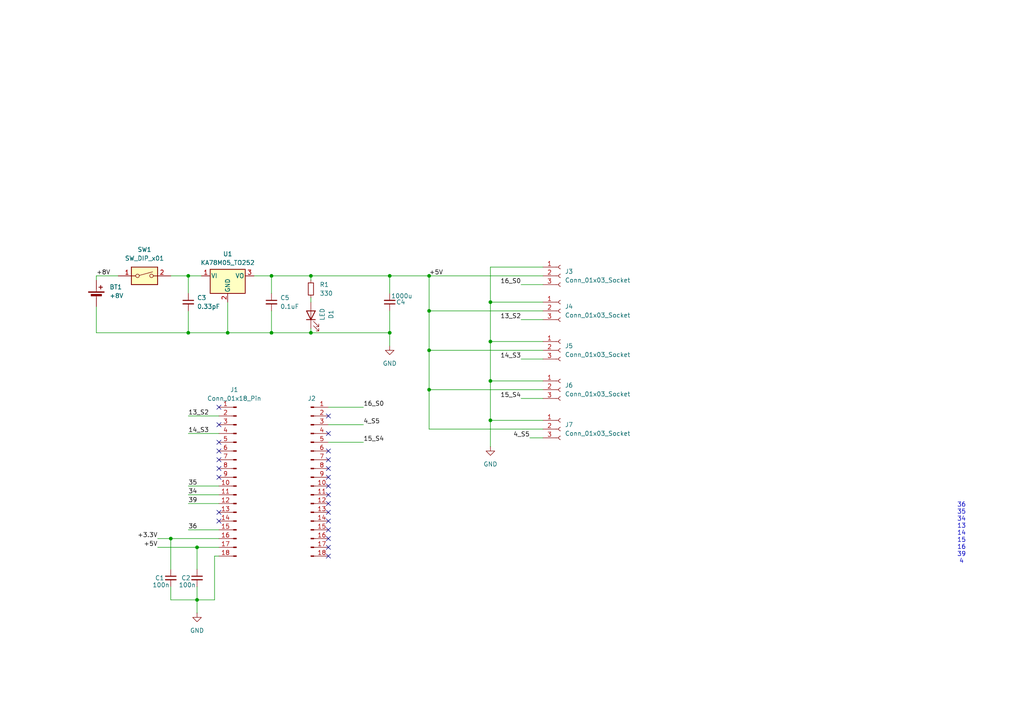
<source format=kicad_sch>
(kicad_sch (version 20231120) (generator "eeschema") (generator_version "8.0")
  (paper "A4")
  (lib_symbols
    (symbol "Connector:Conn_01x03_Socket" (pin_names (offset 1.016) hide)
      (property "Reference" "J" (at 0 5.08 0))
      (property "Value" "Conn_01x03_Socket" (at 0 -5.08 0))
      (symbol "Conn_01x03_Socket_1_1"
        (arc (start 0 -2.032) (mid -0.5058 -2.54) (end 0 -3.048) (stroke (width 0.1524)))
        (polyline (pts (xy -1.27 -2.54) (xy -0.508 -2.54)) (stroke (width 0.1524)))
        (polyline (pts (xy -1.27 0) (xy -0.508 0)) (stroke (width 0.1524)))
        (polyline (pts (xy -1.27 2.54) (xy -0.508 2.54)) (stroke (width 0.1524)))
        (arc (start 0 0.508) (mid -0.5058 0) (end 0 -0.508) (stroke (width 0.1524)))
        (arc (start 0 3.048) (mid -0.5058 2.54) (end 0 2.032) (stroke (width 0.1524)))
        (pin passive line (at -5.08 2.54 0) (length 3.81) (name "Pin_1") (number "1"))
        (pin passive line (at -5.08 0 0) (length 3.81) (name "Pin_2") (number "2"))
        (pin passive line (at -5.08 -2.54 0) (length 3.81) (name "Pin_3") (number "3"))
      )
    )
    (symbol "Connector:Conn_01x18_Pin" (pin_names (offset 1.016) hide)
      (property "Reference" "J" (at 0 22.86 0))
      (property "Value" "Conn_01x18_Pin" (at 0 -25.4 0))
      (symbol "Conn_01x18_Pin_1_1"
        (polyline (pts (xy 1.27 -22.86) (xy 0.8636 -22.86)) (stroke (width 0.1524)))
        (polyline (pts (xy 1.27 -20.32) (xy 0.8636 -20.32)) (stroke (width 0.1524)))
        (polyline (pts (xy 1.27 -17.78) (xy 0.8636 -17.78)) (stroke (width 0.1524)))
        (polyline (pts (xy 1.27 -15.24) (xy 0.8636 -15.24)) (stroke (width 0.1524)))
        (polyline (pts (xy 1.27 -12.7) (xy 0.8636 -12.7)) (stroke (width 0.1524)))
        (polyline (pts (xy 1.27 -10.16) (xy 0.8636 -10.16)) (stroke (width 0.1524)))
        (polyline (pts (xy 1.27 -7.62) (xy 0.8636 -7.62)) (stroke (width 0.1524)))
        (polyline (pts (xy 1.27 -5.08) (xy 0.8636 -5.08)) (stroke (width 0.1524)))
        (polyline (pts (xy 1.27 -2.54) (xy 0.8636 -2.54)) (stroke (width 0.1524)))
        (polyline (pts (xy 1.27 0) (xy 0.8636 0)) (stroke (width 0.1524)))
        (polyline (pts (xy 1.27 2.54) (xy 0.8636 2.54)) (stroke (width 0.1524)))
        (polyline (pts (xy 1.27 5.08) (xy 0.8636 5.08)) (stroke (width 0.1524)))
        (polyline (pts (xy 1.27 7.62) (xy 0.8636 7.62)) (stroke (width 0.1524)))
        (polyline (pts (xy 1.27 10.16) (xy 0.8636 10.16)) (stroke (width 0.1524)))
        (polyline (pts (xy 1.27 12.7) (xy 0.8636 12.7)) (stroke (width 0.1524)))
        (polyline (pts (xy 1.27 15.24) (xy 0.8636 15.24)) (stroke (width 0.1524)))
        (polyline (pts (xy 1.27 17.78) (xy 0.8636 17.78)) (stroke (width 0.1524)))
        (polyline (pts (xy 1.27 20.32) (xy 0.8636 20.32)) (stroke (width 0.1524)))
        (rectangle (start 0.8636 -22.733) (end 0 -22.987) (stroke (width 0.1524)) (fill (type outline)))
        (rectangle (start 0.8636 -20.193) (end 0 -20.447) (stroke (width 0.1524)) (fill (type outline)))
        (rectangle (start 0.8636 -17.653) (end 0 -17.907) (stroke (width 0.1524)) (fill (type outline)))
        (rectangle (start 0.8636 -15.113) (end 0 -15.367) (stroke (width 0.1524)) (fill (type outline)))
        (rectangle (start 0.8636 -12.573) (end 0 -12.827) (stroke (width 0.1524)) (fill (type outline)))
        (rectangle (start 0.8636 -10.033) (end 0 -10.287) (stroke (width 0.1524)) (fill (type outline)))
        (rectangle (start 0.8636 -7.493) (end 0 -7.747) (stroke (width 0.1524)) (fill (type outline)))
        (rectangle (start 0.8636 -4.953) (end 0 -5.207) (stroke (width 0.1524)) (fill (type outline)))
        (rectangle (start 0.8636 -2.413) (end 0 -2.667) (stroke (width 0.1524)) (fill (type outline)))
        (rectangle (start 0.8636 0.127) (end 0 -0.127) (stroke (width 0.1524)) (fill (type outline)))
        (rectangle (start 0.8636 2.667) (end 0 2.413) (stroke (width 0.1524)) (fill (type outline)))
        (rectangle (start 0.8636 5.207) (end 0 4.953) (stroke (width 0.1524)) (fill (type outline)))
        (rectangle (start 0.8636 7.747) (end 0 7.493) (stroke (width 0.1524)) (fill (type outline)))
        (rectangle (start 0.8636 10.287) (end 0 10.033) (stroke (width 0.1524)) (fill (type outline)))
        (rectangle (start 0.8636 12.827) (end 0 12.573) (stroke (width 0.1524)) (fill (type outline)))
        (rectangle (start 0.8636 15.367) (end 0 15.113) (stroke (width 0.1524)) (fill (type outline)))
        (rectangle (start 0.8636 17.907) (end 0 17.653) (stroke (width 0.1524)) (fill (type outline)))
        (rectangle (start 0.8636 20.447) (end 0 20.193) (stroke (width 0.1524)) (fill (type outline)))
        (pin passive line (at 5.08 20.32 180) (length 3.81) (name "Pin_1") (number "1"))
        (pin passive line (at 5.08 -2.54 180) (length 3.81) (name "Pin_10") (number "10"))
        (pin passive line (at 5.08 -5.08 180) (length 3.81) (name "Pin_11") (number "11"))
        (pin passive line (at 5.08 -7.62 180) (length 3.81) (name "Pin_12") (number "12"))
        (pin passive line (at 5.08 -10.16 180) (length 3.81) (name "Pin_13") (number "13"))
        (pin passive line (at 5.08 -12.7 180) (length 3.81) (name "Pin_14") (number "14"))
        (pin passive line (at 5.08 -15.24 180) (length 3.81) (name "Pin_15") (number "15"))
        (pin passive line (at 5.08 -17.78 180) (length 3.81) (name "Pin_16") (number "16"))
        (pin passive line (at 5.08 -20.32 180) (length 3.81) (name "Pin_17") (number "17"))
        (pin passive line (at 5.08 -22.86 180) (length 3.81) (name "Pin_18") (number "18"))
        (pin passive line (at 5.08 17.78 180) (length 3.81) (name "Pin_2") (number "2"))
        (pin passive line (at 5.08 15.24 180) (length 3.81) (name "Pin_3") (number "3"))
        (pin passive line (at 5.08 12.7 180) (length 3.81) (name "Pin_4") (number "4"))
        (pin passive line (at 5.08 10.16 180) (length 3.81) (name "Pin_5") (number "5"))
        (pin passive line (at 5.08 7.62 180) (length 3.81) (name "Pin_6") (number "6"))
        (pin passive line (at 5.08 5.08 180) (length 3.81) (name "Pin_7") (number "7"))
        (pin passive line (at 5.08 2.54 180) (length 3.81) (name "Pin_8") (number "8"))
        (pin passive line (at 5.08 0 180) (length 3.81) (name "Pin_9") (number "9"))
      )
    )
    (symbol "Device:Battery_Cell" (pin_numbers hide) (pin_names (offset 0) hide)
      (property "Reference" "BT" (at 2.54 2.54 0))
      (property "Value" "Battery_Cell" (at 2.54 0 0))
      (symbol "Battery_Cell_0_1"
        (rectangle (start -2.286 1.778) (end 2.286 1.524) (fill (type outline)))
        (rectangle (start -1.524 1.016) (end 1.524 0.508) (fill (type outline)))
        (polyline (pts (xy 0 0.762) (xy 0 0)))
        (polyline (pts (xy 0 1.778) (xy 0 2.54)))
        (polyline (pts (xy 0.762 3.048) (xy 1.778 3.048)) (stroke (width 0.254)))
        (polyline (pts (xy 1.27 3.556) (xy 1.27 2.54)) (stroke (width 0.254)))
      )
      (symbol "Battery_Cell_1_1"
        (pin passive line (at 0 5.08 270) (length 2.54) (name "+") (number "1"))
        (pin passive line (at 0 -2.54 90) (length 2.54) (name "-") (number "2"))
      )
    )
    (symbol "Device:LED" (pin_numbers hide) (pin_names (offset 1.016) hide)
      (property "Reference" "D" (at 0 2.54 0))
      (property "Value" "LED" (at 0 -2.54 0))
      (symbol "LED_0_1"
        (polyline (pts (xy -1.27 -1.27) (xy -1.27 1.27)) (stroke (width 0.254)))
        (polyline (pts (xy -1.27 0) (xy 1.27 0)))
        (polyline (pts (xy 1.27 -1.27) (xy 1.27 1.27) (xy -1.27 0) (xy 1.27 -1.27)) (stroke (width 0.254)))
        (polyline (pts (xy -3.048 -0.762) (xy -4.572 -2.286) (xy -3.81 -2.286) (xy -4.572 -2.286) (xy -4.572 -1.524)))
        (polyline (pts (xy -1.778 -0.762) (xy -3.302 -2.286) (xy -2.54 -2.286) (xy -3.302 -2.286) (xy -3.302 -1.524)))
      )
      (symbol "LED_1_1"
        (pin passive line (at -3.81 0 0) (length 2.54) (name "K") (number "1"))
        (pin passive line (at 3.81 0 180) (length 2.54) (name "A") (number "2"))
      )
    )
    (symbol "GW_Passives:C_Small" (pin_numbers hide) (pin_names (offset 0.254) hide)
      (property "Reference" "C" (at 0.254 1.778 0))
      (property "Value" "C_Small" (at 0.254 -2.032 0))
      (symbol "C_Small_0_1"
        (polyline (pts (xy -1.524 -0.508) (xy 1.524 -0.508)) (stroke (width 0.3302)))
        (polyline (pts (xy -1.524 0.508) (xy 1.524 0.508)) (stroke (width 0.3048)))
      )
      (symbol "C_Small_1_1"
        (pin passive line (at 0 2.54 270) (length 2.032) (name "~") (number "1"))
        (pin passive line (at 0 -2.54 90) (length 2.032) (name "~") (number "2"))
      )
    )
    (symbol "GW_Passives:R_Small" (pin_numbers hide) (pin_names (offset 0.254) hide)
      (property "Reference" "R" (at 0.762 0.508 0))
      (property "Value" "R_Small" (at 0.762 -1.016 0))
      (symbol "R_Small_0_1"
        (rectangle (start -0.762 1.778) (end 0.762 -1.778) (stroke (width 0.2032)))
      )
      (symbol "R_Small_1_1"
        (pin passive line (at 0 2.54 270) (length 0.762) (name "~") (number "1"))
        (pin passive line (at 0 -2.54 90) (length 0.762) (name "~") (number "2"))
      )
    )
    (symbol "Regulator_Linear:KA78M05_TO252" (pin_names (offset 0.254))
      (property "Reference" "U" (at -3.81 3.175 0))
      (property "Value" "KA78M05_TO252" (at 0 3.175 0))
      (symbol "KA78M05_TO252_0_1"
        (rectangle (start -5.08 1.905) (end 5.08 -5.08) (stroke (width 0.254)) (fill (type background)))
      )
      (symbol "KA78M05_TO252_1_1"
        (pin power_in line (at -7.62 0 0) (length 2.54) (name "VI") (number "1"))
        (pin power_in line (at 0 -7.62 90) (length 2.54) (name "GND") (number "2"))
        (pin power_out line (at 7.62 0 180) (length 2.54) (name "VO") (number "3"))
      )
    )
    (symbol "Switch:SW_DIP_x01" (pin_names (offset 0) hide)
      (property "Reference" "SW" (at 0 3.81 0))
      (property "Value" "SW_DIP_x01" (at 0 -3.81 0))
      (symbol "SW_DIP_x01_0_0"
        (circle (center -2.032 0) (radius 0.508))
        (polyline (pts (xy -1.524 0.127) (xy 2.3622 1.1684)))
        (circle (center 2.032 0) (radius 0.508))
      )
      (symbol "SW_DIP_x01_0_1"
        (rectangle (start -3.81 2.54) (end 3.81 -2.54) (stroke (width 0.254)) (fill (type background)))
      )
      (symbol "SW_DIP_x01_1_1"
        (pin passive line (at -7.62 0 0) (length 5.08) (name "~") (number "1"))
        (pin passive line (at 7.62 0 180) (length 5.08) (name "~") (number "2"))
      )
    )
    (symbol "power:GND" (power) (pin_numbers hide) (pin_names (offset 0) hide)
      (property "Value" "GND" (at 0 -3.81 0))
      (symbol "GND_0_1"
        (polyline (pts (xy 0 0) (xy 0 -1.27) (xy 1.27 -1.27) (xy 0 -2.54) (xy -1.27 -1.27) (xy 0 -1.27)))
      )
      (symbol "GND_1_1"
        (pin power_in line (at 0 0 270) (length 0) (name "~") (number "1"))
      )
    )
  )
  (junction (at 78.74 96.52))
  (junction (at 142.24 121.92))
  (junction (at 66.04 96.52))
  (junction (at 54.61 96.52))
  (junction (at 124.46 113.03))
  (junction (at 113.03 96.52))
  (junction (at 124.46 90.17))
  (junction (at 49.53 156.21))
  (junction (at 124.46 80.01))
  (junction (at 54.61 80.01))
  (junction (at 142.24 87.63))
  (junction (at 90.17 80.01))
  (junction (at 142.24 110.49))
  (junction (at 90.17 96.52))
  (junction (at 78.74 80.01))
  (junction (at 124.46 101.6))
  (junction (at 142.24 99.06))
  (junction (at 113.03 80.01))
  (junction (at 57.15 173.99))
  (junction (at 57.15 158.75))
  (no_connect (at 63.5 148.59))
  (no_connect (at 63.5 135.89))
  (no_connect (at 63.5 118.11))
  (no_connect (at 95.25 148.59))
  (no_connect (at 95.25 135.89))
  (no_connect (at 95.25 146.05))
  (no_connect (at 63.5 128.27))
  (no_connect (at 95.25 130.81))
  (no_connect (at 95.25 161.29))
  (no_connect (at 95.25 125.73))
  (no_connect (at 95.25 153.67))
  (no_connect (at 63.5 138.43))
  (no_connect (at 63.5 133.35))
  (no_connect (at 95.25 151.13))
  (no_connect (at 95.25 143.51))
  (no_connect (at 95.25 133.35))
  (no_connect (at 95.25 140.97))
  (no_connect (at 95.25 156.21))
  (no_connect (at 95.25 158.75))
  (no_connect (at 95.25 120.65))
  (no_connect (at 63.5 123.19))
  (no_connect (at 95.25 138.43))
  (no_connect (at 63.5 130.81))
  (no_connect (at 63.5 151.13))
  (wire (pts (xy 54.61 96.52) (xy 66.04 96.52)))
  (wire (pts (xy 49.53 156.21) (xy 63.5 156.21)))
  (wire (pts (xy 57.15 173.99) (xy 49.53 173.99)))
  (wire (pts (xy 90.17 86.36) (xy 90.17 87.63)))
  (wire (pts (xy 124.46 113.03) (xy 124.46 101.6)))
  (wire (pts (xy 49.53 80.01) (xy 54.61 80.01)))
  (wire (pts (xy 45.72 156.21) (xy 49.53 156.21)))
  (wire (pts (xy 124.46 90.17) (xy 157.48 90.17)))
  (wire (pts (xy 66.04 96.52) (xy 78.74 96.52)))
  (wire (pts (xy 54.61 143.51) (xy 63.5 143.51)))
  (wire (pts (xy 95.25 128.27) (xy 105.41 128.27)))
  (wire (pts (xy 113.03 90.17) (xy 113.03 96.52)))
  (wire (pts (xy 142.24 99.06) (xy 142.24 110.49)))
  (wire (pts (xy 142.24 99.06) (xy 157.48 99.06)))
  (wire (pts (xy 45.72 158.75) (xy 57.15 158.75)))
  (wire (pts (xy 153.67 127) (xy 157.48 127)))
  (wire (pts (xy 124.46 124.46) (xy 124.46 113.03)))
  (wire (pts (xy 78.74 80.01) (xy 73.66 80.01)))
  (wire (pts (xy 54.61 80.01) (xy 54.61 85.09)))
  (wire (pts (xy 54.61 80.01) (xy 58.42 80.01)))
  (wire (pts (xy 57.15 170.18) (xy 57.15 173.99)))
  (wire (pts (xy 90.17 80.01) (xy 113.03 80.01)))
  (wire (pts (xy 113.03 100.33) (xy 113.03 96.52)))
  (wire (pts (xy 78.74 96.52) (xy 90.17 96.52)))
  (wire (pts (xy 49.53 173.99) (xy 49.53 170.18)))
  (wire (pts (xy 27.94 88.9) (xy 27.94 96.52)))
  (wire (pts (xy 142.24 121.92) (xy 157.48 121.92)))
  (wire (pts (xy 90.17 95.25) (xy 90.17 96.52)))
  (wire (pts (xy 151.13 92.71) (xy 157.48 92.71)))
  (wire (pts (xy 78.74 85.09) (xy 78.74 80.01)))
  (wire (pts (xy 62.23 161.29) (xy 62.23 173.99)))
  (wire (pts (xy 54.61 146.05) (xy 63.5 146.05)))
  (wire (pts (xy 142.24 77.47) (xy 142.24 87.63)))
  (wire (pts (xy 157.48 77.47) (xy 142.24 77.47)))
  (wire (pts (xy 90.17 80.01) (xy 90.17 81.28)))
  (wire (pts (xy 63.5 161.29) (xy 62.23 161.29)))
  (wire (pts (xy 54.61 153.67) (xy 63.5 153.67)))
  (wire (pts (xy 124.46 90.17) (xy 124.46 80.01)))
  (wire (pts (xy 157.48 80.01) (xy 124.46 80.01)))
  (wire (pts (xy 142.24 110.49) (xy 157.48 110.49)))
  (wire (pts (xy 57.15 173.99) (xy 57.15 177.8)))
  (wire (pts (xy 66.04 87.63) (xy 66.04 96.52)))
  (wire (pts (xy 142.24 87.63) (xy 142.24 99.06)))
  (wire (pts (xy 54.61 90.17) (xy 54.61 96.52)))
  (wire (pts (xy 78.74 90.17) (xy 78.74 96.52)))
  (wire (pts (xy 27.94 80.01) (xy 34.29 80.01)))
  (wire (pts (xy 54.61 140.97) (xy 63.5 140.97)))
  (wire (pts (xy 113.03 85.09) (xy 113.03 80.01)))
  (wire (pts (xy 95.25 123.19) (xy 105.41 123.19)))
  (wire (pts (xy 142.24 121.92) (xy 142.24 129.54)))
  (wire (pts (xy 57.15 158.75) (xy 57.15 165.1)))
  (wire (pts (xy 57.15 173.99) (xy 62.23 173.99)))
  (wire (pts (xy 142.24 87.63) (xy 157.48 87.63)))
  (wire (pts (xy 54.61 125.73) (xy 63.5 125.73)))
  (wire (pts (xy 151.13 115.57) (xy 157.48 115.57)))
  (wire (pts (xy 27.94 81.28) (xy 27.94 80.01)))
  (wire (pts (xy 124.46 101.6) (xy 157.48 101.6)))
  (wire (pts (xy 113.03 80.01) (xy 124.46 80.01)))
  (wire (pts (xy 90.17 96.52) (xy 113.03 96.52)))
  (wire (pts (xy 54.61 120.65) (xy 63.5 120.65)))
  (wire (pts (xy 27.94 96.52) (xy 54.61 96.52)))
  (wire (pts (xy 57.15 158.75) (xy 63.5 158.75)))
  (wire (pts (xy 78.74 80.01) (xy 90.17 80.01)))
  (wire (pts (xy 49.53 156.21) (xy 49.53 165.1)))
  (wire (pts (xy 157.48 124.46) (xy 124.46 124.46)))
  (wire (pts (xy 142.24 110.49) (xy 142.24 121.92)))
  (wire (pts (xy 151.13 104.14) (xy 157.48 104.14)))
  (wire (pts (xy 124.46 101.6) (xy 124.46 90.17)))
  (wire (pts (xy 151.13 82.55) (xy 157.48 82.55)))
  (wire (pts (xy 124.46 113.03) (xy 157.48 113.03)))
  (wire (pts (xy 95.25 118.11) (xy 105.41 118.11)))
  (text "36\n35\n34\n13\n14\n15\n16\n39\n4\n" (at 278.892 154.686 0) (effects (font (size 1.27 1.27))))
  (label "16_S0" (at 105.41 118.11 0))
  (label "+5V" (at 45.72 158.75 180))
  (label "16_S0" (at 151.13 82.55 180))
  (label "+5V" (at 124.46 80.01 0))
  (label "39" (at 54.61 146.05 0))
  (label "15_S4" (at 105.41 128.27 0))
  (label "36" (at 54.61 153.67 0))
  (label "13_S2" (at 54.61 120.65 0))
  (label "4_S5" (at 105.41 123.19 0))
  (label "4_S5" (at 153.67 127 180))
  (label "+3.3V" (at 45.72 156.21 180))
  (label "14_S3" (at 54.61 125.73 0))
  (label "+8V" (at 27.94 80.01 0))
  (label "35" (at 54.61 140.97 0))
  (label "13_S2" (at 151.13 92.71 180))
  (label "14_S3" (at 151.13 104.14 180))
  (label "15_S4" (at 151.13 115.57 180))
  (label "34" (at 54.61 143.51 0))
  (symbol (lib_id "Connector:Conn_01x18_Pin") (at 90.17 138.43 0) (unit 1)
    (property "Reference" "J2" (at 90.424 115.57 0))
    (property "Value" "Conn_01x18_Pin" (effects (hide yes)))
    (property "Footprint" "Connector_PinHeader_2.54mm:PinHeader_1x18_P2.54mm_Vertical" (effects (hide yes)))
    (property "Description" "Generic connector, single row, 01x18, script generated" (effects (hide yes)))
  )
  (symbol (lib_id "Connector:Conn_01x03_Socket") (at 162.56 124.46 0) (unit 1)
    (property "Reference" "J7" (at 163.83 123.1899 0) (effects (justify left)))
    (property "Value" "Conn_01x03_Socket" (at 163.83 125.7299 0) (effects (justify left)))
    (property "Footprint" "Connector_PinHeader_2.54mm:PinHeader_1x03_P2.54mm_Vertical" (effects (hide yes)))
    (property "Description" "Generic connector, single row, 01x03, script generated" (effects (hide yes)))
  )
  (symbol (lib_id "GW_Passives:C_Small") (at 78.74 87.63 0) (unit 1)
    (property "Reference" "C5" (at 81.28 86.3662 0) (effects (justify left)))
    (property "Value" "0.1uF" (at 81.28 88.9062 0) (effects (justify left)))
    (property "Footprint" "Capacitor_THT:C_Disc_D3.0mm_W1.6mm_P2.50mm" (effects (hide yes)))
    (property "Description" "Unpolarized capacitor, small symbol" (effects (hide yes)))
  )
  (symbol (lib_id "power:GND") (at 142.24 129.54 0) (unit 1)
    (property "Reference" "#PWR01" (effects (hide yes)))
    (property "Value" "GND" (at 142.24 134.62 0))
    (property "Description" "Power symbol creates a global label with name \"GND\" , ground" (effects (hide yes)))
  )
  (symbol (lib_id "power:GND") (at 57.15 177.8 0) (unit 1)
    (property "Reference" "#PWR02" (effects (hide yes)))
    (property "Value" "GND" (at 57.15 182.88 0))
    (property "Description" "Power symbol creates a global label with name \"GND\" , ground" (effects (hide yes)))
  )
  (symbol (lib_id "Connector:Conn_01x18_Pin") (at 68.58 138.43 0) (mirror y) (unit 1)
    (property "Reference" "J1" (at 67.945 113.03 0))
    (property "Value" "Conn_01x18_Pin" (at 67.945 115.57 0))
    (property "Footprint" "Connector_PinHeader_2.54mm:PinHeader_1x18_P2.54mm_Vertical" (effects (hide yes)))
    (property "Description" "Generic connector, single row, 01x18, script generated" (effects (hide yes)))
  )
  (symbol (lib_id "GW_Passives:C_Small") (at 57.15 167.64 0) (unit 1)
    (property "Reference" "C2" (at 52.578 167.64 0) (effects (justify left)))
    (property "Value" "100n" (at 51.816 169.672 0) (effects (justify left)))
    (property "Footprint" "Capacitor_THT:C_Disc_D4.3mm_W1.9mm_P5.00mm" (effects (hide yes)))
    (property "Description" "Unpolarized capacitor, small symbol" (effects (hide yes)))
  )
  (symbol (lib_id "GW_Passives:C_Small") (at 113.03 87.63 180) (unit 1)
    (property "Reference" "C4" (at 117.602 87.63 0) (effects (justify left)))
    (property "Value" "1000u" (at 119.634 85.852 0) (effects (justify left)))
    (property "Footprint" "Capacitor_THT:CP_Radial_D12.5mm_P5.00mm" (effects (hide yes)))
    (property "Description" "U65080663020" (effects (hide yes)))
  )
  (symbol (lib_id "Connector:Conn_01x03_Socket") (at 162.56 101.6 0) (unit 1)
    (property "Reference" "J5" (at 163.83 100.3299 0) (effects (justify left)))
    (property "Value" "Conn_01x03_Socket" (at 163.83 102.8699 0) (effects (justify left)))
    (property "Footprint" "Connector_PinHeader_2.54mm:PinHeader_1x03_P2.54mm_Vertical" (effects (hide yes)))
    (property "Description" "Generic connector, single row, 01x03, script generated" (effects (hide yes)))
  )
  (symbol (lib_id "Connector:Conn_01x03_Socket") (at 162.56 90.17 0) (unit 1)
    (property "Reference" "J4" (at 163.83 88.8999 0) (effects (justify left)))
    (property "Value" "Conn_01x03_Socket" (at 163.83 91.4399 0) (effects (justify left)))
    (property "Footprint" "Connector_PinHeader_2.54mm:PinHeader_1x03_P2.54mm_Vertical" (effects (hide yes)))
    (property "Description" "Generic connector, single row, 01x03, script generated" (effects (hide yes)))
  )
  (symbol (lib_id "Connector:Conn_01x03_Socket") (at 162.56 113.03 0) (unit 1)
    (property "Reference" "J6" (at 163.83 111.7599 0) (effects (justify left)))
    (property "Value" "Conn_01x03_Socket" (at 163.83 114.2999 0) (effects (justify left)))
    (property "Footprint" "Connector_PinHeader_2.54mm:PinHeader_1x03_P2.54mm_Vertical" (effects (hide yes)))
    (property "Description" "Generic connector, single row, 01x03, script generated" (effects (hide yes)))
  )
  (symbol (lib_id "Connector:Conn_01x03_Socket") (at 162.56 80.01 0) (unit 1)
    (property "Reference" "J3" (at 163.83 78.7399 0) (effects (justify left)))
    (property "Value" "Conn_01x03_Socket" (at 163.83 81.2799 0) (effects (justify left)))
    (property "Footprint" "Connector_PinHeader_2.54mm:PinHeader_1x03_P2.54mm_Vertical" (effects (hide yes)))
    (property "Description" "Generic connector, single row, 01x03, script generated" (effects (hide yes)))
  )
  (symbol (lib_id "Device:Battery_Cell") (at 27.94 86.36 0) (unit 1)
    (property "Reference" "BT1" (at 31.75 83.2484 0) (effects (justify left)))
    (property "Value" "+8V" (at 31.75 85.7884 0) (effects (justify left)))
    (property "Footprint" "Connector_PinHeader_2.54mm:PinHeader_1x02_P2.54mm_Vertical" (effects (hide yes)))
    (property "Description" "Single-cell battery" (effects (hide yes)))
  )
  (symbol (lib_id "power:GND") (at 113.03 100.33 0) (unit 1)
    (property "Reference" "#PWR03" (effects (hide yes)))
    (property "Value" "GND" (at 113.03 105.41 0))
    (property "Description" "Power symbol creates a global label with name \"GND\" , ground" (effects (hide yes)))
  )
  (symbol (lib_id "GW_Passives:C_Small") (at 49.53 167.64 0) (unit 1)
    (property "Reference" "C1" (at 44.958 167.64 0) (effects (justify left)))
    (property "Value" "100n" (at 44.196 169.672 0) (effects (justify left)))
    (property "Footprint" "Capacitor_THT:C_Disc_D4.3mm_W1.9mm_P5.00mm" (effects (hide yes)))
    (property "Description" "Unpolarized capacitor, small symbol" (effects (hide yes)))
  )
  (symbol (lib_id "GW_Passives:R_Small") (at 90.17 83.82 180) (unit 1)
    (property "Reference" "R1" (at 92.71 82.5499 0) (effects (justify right)))
    (property "Value" "330" (at 92.71 85.0899 0) (effects (justify right)))
    (property "Footprint" "Resistor_THT:R_Axial_DIN0207_L6.3mm_D2.5mm_P10.16mm_Horizontal" (effects (hide yes)))
    (property "Description" "Resistor, small symbol" (effects (hide yes)))
  )
  (symbol (lib_id "Regulator_Linear:KA78M05_TO252") (at 66.04 80.01 0) (unit 1)
    (property "Reference" "U1" (at 66.04 73.66 0))
    (property "Value" "KA78M05_TO252" (at 66.04 76.2 0))
    (property "Footprint" "Package_TO_SOT_THT:TO-220-3_Horizontal_TabDown" (effects (hide yes)))
    (property "Datasheet" "https://www.onsemi.com/pub/Collateral/MC78M00-D.PDF" (effects (hide yes)))
    (property "Description" "Positive 500mA 35V Linear Regulator, Fixed Output 5V, TO-252 (D-PAK)" (effects (hide yes)))
  )
  (symbol (lib_id "Device:LED") (at 90.17 91.44 90) (unit 1)
    (property "Reference" "D1" (at 96.012 91.186 0))
    (property "Value" "LED" (at 93.472 91.186 0))
    (property "Footprint" "LED_THT:LED_D3.0mm" (effects (hide yes)))
    (property "Description" "Light emitting diode" (effects (hide yes)))
  )
  (symbol (lib_id "Switch:SW_DIP_x01") (at 41.91 80.01 0) (unit 1)
    (property "Reference" "SW1" (at 41.91 72.39 0))
    (property "Value" "SW_DIP_x01" (at 41.91 74.93 0))
    (property "Description" "1x DIP Switch, Single Pole Single Throw (SPST) switch, small symbol" (effects (hide yes)))
  )
  (symbol (lib_id "GW_Passives:C_Small") (at 54.61 87.63 0) (unit 1)
    (property "Reference" "C3" (at 57.15 86.3662 0) (effects (justify left)))
    (property "Value" "0.33pF" (at 57.15 88.9062 0) (effects (justify left)))
    (property "Footprint" "Capacitor_THT:C_Disc_D3.0mm_W1.6mm_P2.50mm" (effects (hide yes)))
    (property "Description" "Unpolarized capacitor, small symbol" (effects (hide yes)))
  )
)
</source>
